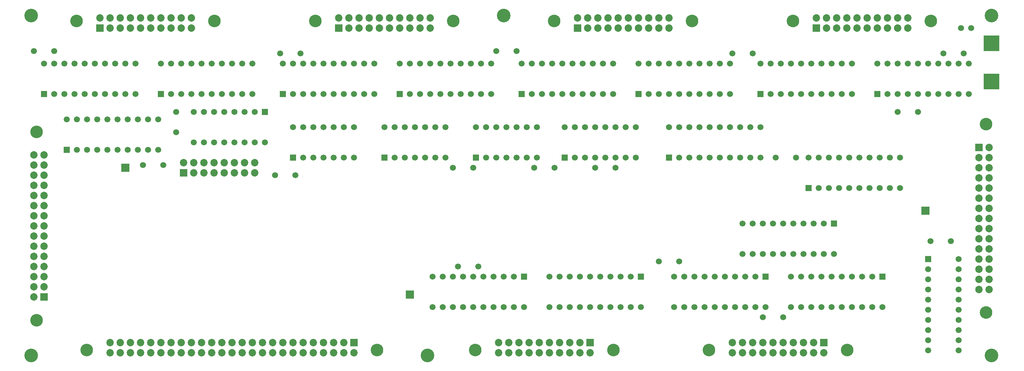
<source format=gbs>
G75*
G70*
%OFA0B0*%
%FSLAX24Y24*%
%IPPOS*%
%LPD*%
%AMOC8*
5,1,8,0,0,1.08239X$1,22.5*
%
%ADD10R,0.0730X0.0730*%
%ADD11C,0.0730*%
%ADD12C,0.1240*%
%ADD13R,0.0595X0.0595*%
%ADD14C,0.0595*%
%ADD15R,0.1580X0.1580*%
%ADD16C,0.1340*%
%ADD17R,0.0789X0.0789*%
D10*
X005125Y009625D03*
X035625Y005125D03*
X058875Y005125D03*
X081875Y005125D03*
X097125Y024375D03*
X081125Y036125D03*
X057625Y036125D03*
X034125Y036125D03*
X010625Y036125D03*
X018875Y021875D03*
D11*
X019875Y021875D03*
X020875Y021875D03*
X021875Y021875D03*
X022875Y021875D03*
X023875Y021875D03*
X024875Y021875D03*
X025875Y021875D03*
X025875Y022875D03*
X024875Y022875D03*
X023875Y022875D03*
X022875Y022875D03*
X021875Y022875D03*
X020875Y022875D03*
X019875Y022875D03*
X018875Y022875D03*
X005125Y022625D03*
X004125Y022625D03*
X004125Y021625D03*
X005125Y021625D03*
X005125Y020625D03*
X004125Y020625D03*
X004125Y019625D03*
X005125Y019625D03*
X005125Y018625D03*
X004125Y018625D03*
X004125Y017625D03*
X005125Y017625D03*
X005125Y016625D03*
X004125Y016625D03*
X004125Y015625D03*
X005125Y015625D03*
X005125Y014625D03*
X004125Y014625D03*
X004125Y013625D03*
X005125Y013625D03*
X005125Y012625D03*
X004125Y012625D03*
X004125Y011625D03*
X005125Y011625D03*
X005125Y010625D03*
X004125Y010625D03*
X004125Y009625D03*
X011625Y005125D03*
X012625Y005125D03*
X013625Y005125D03*
X014625Y005125D03*
X015625Y005125D03*
X016625Y005125D03*
X017625Y005125D03*
X018625Y005125D03*
X019625Y005125D03*
X020625Y005125D03*
X021625Y005125D03*
X022625Y005125D03*
X023625Y005125D03*
X024625Y005125D03*
X025625Y005125D03*
X026625Y005125D03*
X027625Y005125D03*
X028625Y005125D03*
X029625Y005125D03*
X030625Y005125D03*
X031625Y005125D03*
X032625Y005125D03*
X033625Y005125D03*
X034625Y005125D03*
X034625Y004125D03*
X033625Y004125D03*
X032625Y004125D03*
X031625Y004125D03*
X030625Y004125D03*
X029625Y004125D03*
X028625Y004125D03*
X027625Y004125D03*
X026625Y004125D03*
X025625Y004125D03*
X024625Y004125D03*
X023625Y004125D03*
X022625Y004125D03*
X021625Y004125D03*
X020625Y004125D03*
X019625Y004125D03*
X018625Y004125D03*
X017625Y004125D03*
X016625Y004125D03*
X015625Y004125D03*
X014625Y004125D03*
X013625Y004125D03*
X012625Y004125D03*
X011625Y004125D03*
X035625Y004125D03*
X049875Y004125D03*
X050875Y004125D03*
X051875Y004125D03*
X052875Y004125D03*
X053875Y004125D03*
X054875Y004125D03*
X055875Y004125D03*
X056875Y004125D03*
X057875Y004125D03*
X058875Y004125D03*
X057875Y005125D03*
X056875Y005125D03*
X055875Y005125D03*
X054875Y005125D03*
X053875Y005125D03*
X052875Y005125D03*
X051875Y005125D03*
X050875Y005125D03*
X049875Y005125D03*
X072875Y005125D03*
X073875Y005125D03*
X074875Y005125D03*
X075875Y005125D03*
X076875Y005125D03*
X077875Y005125D03*
X078875Y005125D03*
X079875Y005125D03*
X080875Y005125D03*
X080875Y004125D03*
X079875Y004125D03*
X078875Y004125D03*
X077875Y004125D03*
X076875Y004125D03*
X075875Y004125D03*
X074875Y004125D03*
X073875Y004125D03*
X072875Y004125D03*
X081875Y004125D03*
X097125Y010375D03*
X098125Y010375D03*
X098125Y011375D03*
X097125Y011375D03*
X097125Y012375D03*
X098125Y012375D03*
X098125Y013375D03*
X097125Y013375D03*
X097125Y014375D03*
X098125Y014375D03*
X098125Y015375D03*
X097125Y015375D03*
X097125Y016375D03*
X098125Y016375D03*
X098125Y017375D03*
X097125Y017375D03*
X097125Y018375D03*
X098125Y018375D03*
X098125Y019375D03*
X097125Y019375D03*
X097125Y020375D03*
X098125Y020375D03*
X098125Y021375D03*
X097125Y021375D03*
X097125Y022375D03*
X098125Y022375D03*
X098125Y023375D03*
X097125Y023375D03*
X098125Y024375D03*
X090125Y036125D03*
X089125Y036125D03*
X088125Y036125D03*
X087125Y036125D03*
X086125Y036125D03*
X085125Y036125D03*
X084125Y036125D03*
X083125Y036125D03*
X082125Y036125D03*
X082125Y037125D03*
X081125Y037125D03*
X083125Y037125D03*
X084125Y037125D03*
X085125Y037125D03*
X086125Y037125D03*
X087125Y037125D03*
X088125Y037125D03*
X089125Y037125D03*
X090125Y037125D03*
X066625Y037125D03*
X065625Y037125D03*
X064625Y037125D03*
X063625Y037125D03*
X062625Y037125D03*
X061625Y037125D03*
X060625Y037125D03*
X059625Y037125D03*
X058625Y037125D03*
X057625Y037125D03*
X058625Y036125D03*
X059625Y036125D03*
X060625Y036125D03*
X061625Y036125D03*
X062625Y036125D03*
X063625Y036125D03*
X064625Y036125D03*
X065625Y036125D03*
X066625Y036125D03*
X043125Y036125D03*
X042125Y036125D03*
X041125Y036125D03*
X040125Y036125D03*
X039125Y036125D03*
X038125Y036125D03*
X037125Y036125D03*
X036125Y036125D03*
X035125Y036125D03*
X035125Y037125D03*
X034125Y037125D03*
X036125Y037125D03*
X037125Y037125D03*
X038125Y037125D03*
X039125Y037125D03*
X040125Y037125D03*
X041125Y037125D03*
X042125Y037125D03*
X043125Y037125D03*
X019625Y037125D03*
X018625Y037125D03*
X017625Y037125D03*
X016625Y037125D03*
X015625Y037125D03*
X014625Y037125D03*
X013625Y037125D03*
X012625Y037125D03*
X011625Y037125D03*
X010625Y037125D03*
X011625Y036125D03*
X012625Y036125D03*
X013625Y036125D03*
X014625Y036125D03*
X015625Y036125D03*
X016625Y036125D03*
X017625Y036125D03*
X018625Y036125D03*
X019625Y036125D03*
X005125Y023625D03*
X004125Y023625D03*
D12*
X004415Y025915D03*
X008335Y036835D03*
X021915Y036835D03*
X031835Y036835D03*
X045415Y036835D03*
X055335Y036835D03*
X068915Y036835D03*
X078835Y036835D03*
X092415Y036835D03*
X097835Y026665D03*
X097835Y008085D03*
X084165Y004415D03*
X070585Y004415D03*
X061165Y004415D03*
X047585Y004415D03*
X037915Y004415D03*
X009335Y004415D03*
X004415Y007335D03*
D13*
X029625Y023375D03*
X038625Y023375D03*
X047625Y023375D03*
X056375Y023375D03*
X066625Y023375D03*
X080375Y020375D03*
X082875Y016875D03*
X092125Y013375D03*
X087625Y011625D03*
X076125Y011625D03*
X063875Y011625D03*
X052375Y011625D03*
X026875Y027875D03*
X028625Y029625D03*
X016625Y029625D03*
X005125Y029625D03*
X007375Y024125D03*
X040125Y029625D03*
X052125Y029625D03*
X063625Y029625D03*
X075625Y029625D03*
X087125Y029625D03*
D14*
X088125Y029625D03*
X089125Y029625D03*
X090125Y029625D03*
X091125Y029625D03*
X092125Y029625D03*
X093125Y029625D03*
X094125Y029625D03*
X095125Y029625D03*
X096125Y029625D03*
X091125Y027875D03*
X089125Y027875D03*
X084625Y029625D03*
X083625Y029625D03*
X082625Y029625D03*
X081625Y029625D03*
X080625Y029625D03*
X079625Y029625D03*
X078625Y029625D03*
X077625Y029625D03*
X076625Y029625D03*
X072625Y029625D03*
X071625Y029625D03*
X070625Y029625D03*
X069625Y029625D03*
X068625Y029625D03*
X067625Y029625D03*
X066625Y029625D03*
X065625Y029625D03*
X064625Y029625D03*
X061125Y029625D03*
X060125Y029625D03*
X059125Y029625D03*
X058125Y029625D03*
X057125Y029625D03*
X056125Y029625D03*
X055125Y029625D03*
X054125Y029625D03*
X053125Y029625D03*
X049125Y029625D03*
X048125Y029625D03*
X047125Y029625D03*
X046125Y029625D03*
X045125Y029625D03*
X044125Y029625D03*
X043125Y029625D03*
X042125Y029625D03*
X041125Y029625D03*
X037625Y029625D03*
X036625Y029625D03*
X035625Y029625D03*
X034625Y029625D03*
X033625Y029625D03*
X032625Y029625D03*
X031625Y029625D03*
X030625Y029625D03*
X029625Y029625D03*
X025625Y029625D03*
X024625Y029625D03*
X023625Y029625D03*
X022625Y029625D03*
X021625Y029625D03*
X020625Y029625D03*
X019625Y029625D03*
X018625Y029625D03*
X017625Y029625D03*
X018125Y027875D03*
X019875Y027875D03*
X020875Y027875D03*
X021875Y027875D03*
X022875Y027875D03*
X023875Y027875D03*
X024875Y027875D03*
X025875Y027875D03*
X029625Y026375D03*
X030625Y026375D03*
X031625Y026375D03*
X032625Y026375D03*
X033625Y026375D03*
X034625Y026375D03*
X035625Y026375D03*
X038625Y026375D03*
X039625Y026375D03*
X040625Y026375D03*
X041625Y026375D03*
X042625Y026375D03*
X043625Y026375D03*
X044625Y026375D03*
X047625Y026375D03*
X048625Y026375D03*
X049625Y026375D03*
X050625Y026375D03*
X051625Y026375D03*
X052625Y026375D03*
X053625Y026375D03*
X056375Y026375D03*
X057375Y026375D03*
X058375Y026375D03*
X059375Y026375D03*
X060375Y026375D03*
X061375Y026375D03*
X062375Y026375D03*
X063375Y026375D03*
X066625Y026375D03*
X067625Y026375D03*
X068625Y026375D03*
X069625Y026375D03*
X070625Y026375D03*
X071625Y026375D03*
X072625Y026375D03*
X073625Y026375D03*
X074625Y026375D03*
X075625Y026375D03*
X075625Y023375D03*
X074625Y023375D03*
X073625Y023375D03*
X072625Y023375D03*
X071625Y023375D03*
X070625Y023375D03*
X069625Y023375D03*
X068625Y023375D03*
X067625Y023375D03*
X063375Y023375D03*
X062375Y023375D03*
X061375Y023375D03*
X060375Y023375D03*
X059375Y023375D03*
X058375Y023375D03*
X057375Y023375D03*
X055375Y022375D03*
X053375Y022375D03*
X053625Y023375D03*
X052625Y023375D03*
X051625Y023375D03*
X050625Y023375D03*
X049625Y023375D03*
X048625Y023375D03*
X047375Y022375D03*
X045375Y022375D03*
X044625Y023375D03*
X043625Y023375D03*
X042625Y023375D03*
X041625Y023375D03*
X040625Y023375D03*
X039625Y023375D03*
X035625Y023375D03*
X034625Y023375D03*
X033625Y023375D03*
X032625Y023375D03*
X031625Y023375D03*
X030625Y023375D03*
X029875Y021625D03*
X027875Y021625D03*
X026875Y024875D03*
X025875Y024875D03*
X024875Y024875D03*
X023875Y024875D03*
X022875Y024875D03*
X021875Y024875D03*
X020875Y024875D03*
X019875Y024875D03*
X018125Y025875D03*
X016375Y027125D03*
X015375Y027125D03*
X014375Y027125D03*
X013375Y027125D03*
X012375Y027125D03*
X011375Y027125D03*
X010375Y027125D03*
X009375Y027125D03*
X008375Y027125D03*
X007375Y027125D03*
X007125Y029625D03*
X006125Y029625D03*
X008125Y029625D03*
X009125Y029625D03*
X010125Y029625D03*
X011125Y029625D03*
X012125Y029625D03*
X013125Y029625D03*
X014125Y029625D03*
X014125Y032625D03*
X013125Y032625D03*
X012125Y032625D03*
X011125Y032625D03*
X010125Y032625D03*
X009125Y032625D03*
X008125Y032625D03*
X007125Y032625D03*
X006125Y032625D03*
X005125Y032625D03*
X004125Y033875D03*
X006125Y033875D03*
X016625Y032625D03*
X017625Y032625D03*
X018625Y032625D03*
X019625Y032625D03*
X020625Y032625D03*
X021625Y032625D03*
X022625Y032625D03*
X023625Y032625D03*
X024625Y032625D03*
X025625Y032625D03*
X028375Y033625D03*
X028625Y032625D03*
X029625Y032625D03*
X030625Y032625D03*
X031625Y032625D03*
X032625Y032625D03*
X033625Y032625D03*
X034625Y032625D03*
X035625Y032625D03*
X036625Y032625D03*
X037625Y032625D03*
X040125Y032625D03*
X041125Y032625D03*
X042125Y032625D03*
X043125Y032625D03*
X044125Y032625D03*
X045125Y032625D03*
X046125Y032625D03*
X047125Y032625D03*
X048125Y032625D03*
X049125Y032625D03*
X052125Y032625D03*
X053125Y032625D03*
X054125Y032625D03*
X055125Y032625D03*
X056125Y032625D03*
X057125Y032625D03*
X058125Y032625D03*
X059125Y032625D03*
X060125Y032625D03*
X061125Y032625D03*
X063625Y032625D03*
X064625Y032625D03*
X065625Y032625D03*
X066625Y032625D03*
X067625Y032625D03*
X068625Y032625D03*
X069625Y032625D03*
X070625Y032625D03*
X071625Y032625D03*
X072625Y032625D03*
X072875Y033625D03*
X074875Y033625D03*
X075625Y032625D03*
X076625Y032625D03*
X077625Y032625D03*
X078625Y032625D03*
X079625Y032625D03*
X080625Y032625D03*
X081625Y032625D03*
X082625Y032625D03*
X083625Y032625D03*
X084625Y032625D03*
X087125Y032625D03*
X088125Y032625D03*
X089125Y032625D03*
X090125Y032625D03*
X091125Y032625D03*
X092125Y032625D03*
X093125Y032625D03*
X094125Y032625D03*
X095125Y032625D03*
X096125Y032625D03*
X095625Y033625D03*
X093625Y033625D03*
X095375Y036125D03*
X096375Y036125D03*
X089375Y023375D03*
X088375Y023375D03*
X087375Y023375D03*
X086375Y023375D03*
X085375Y023375D03*
X084375Y023375D03*
X083375Y023375D03*
X082375Y023375D03*
X081375Y023375D03*
X080375Y023375D03*
X079125Y023375D03*
X077125Y023375D03*
X081375Y020375D03*
X082375Y020375D03*
X083375Y020375D03*
X084375Y020375D03*
X085375Y020375D03*
X086375Y020375D03*
X087375Y020375D03*
X088375Y020375D03*
X089375Y020375D03*
X081875Y016875D03*
X080875Y016875D03*
X079875Y016875D03*
X078875Y016875D03*
X077875Y016875D03*
X076875Y016875D03*
X075875Y016875D03*
X074875Y016875D03*
X073875Y016875D03*
X073875Y013875D03*
X074875Y013875D03*
X075875Y013875D03*
X076875Y013875D03*
X077875Y013875D03*
X078875Y013875D03*
X079875Y013875D03*
X080875Y013875D03*
X081875Y013875D03*
X082875Y013875D03*
X082625Y011625D03*
X081625Y011625D03*
X080625Y011625D03*
X079625Y011625D03*
X078625Y011625D03*
X075125Y011625D03*
X074125Y011625D03*
X073125Y011625D03*
X072125Y011625D03*
X071125Y011625D03*
X070125Y011625D03*
X069125Y011625D03*
X068125Y011625D03*
X067125Y011625D03*
X067625Y013125D03*
X065625Y013125D03*
X062875Y011625D03*
X061875Y011625D03*
X060875Y011625D03*
X059875Y011625D03*
X058875Y011625D03*
X057875Y011625D03*
X056875Y011625D03*
X055875Y011625D03*
X054875Y011625D03*
X051375Y011625D03*
X050375Y011625D03*
X049375Y011625D03*
X048375Y011625D03*
X047375Y011625D03*
X046375Y011625D03*
X045375Y011625D03*
X044375Y011625D03*
X043375Y011625D03*
X045875Y012625D03*
X047875Y012625D03*
X047375Y008625D03*
X046375Y008625D03*
X045375Y008625D03*
X044375Y008625D03*
X043375Y008625D03*
X048375Y008625D03*
X049375Y008625D03*
X050375Y008625D03*
X051375Y008625D03*
X052375Y008625D03*
X054875Y008625D03*
X055875Y008625D03*
X056875Y008625D03*
X057875Y008625D03*
X058875Y008625D03*
X059875Y008625D03*
X060875Y008625D03*
X061875Y008625D03*
X062875Y008625D03*
X063875Y008625D03*
X067125Y008625D03*
X068125Y008625D03*
X069125Y008625D03*
X070125Y008625D03*
X071125Y008625D03*
X072125Y008625D03*
X073125Y008625D03*
X074125Y008625D03*
X075125Y008625D03*
X076125Y008625D03*
X075875Y007625D03*
X077875Y007625D03*
X078625Y008625D03*
X079625Y008625D03*
X080625Y008625D03*
X081625Y008625D03*
X082625Y008625D03*
X083625Y008625D03*
X084625Y008625D03*
X085625Y008625D03*
X086625Y008625D03*
X087625Y008625D03*
X092125Y008375D03*
X092125Y009375D03*
X092125Y010375D03*
X092125Y011375D03*
X092125Y012375D03*
X095125Y012375D03*
X095125Y013375D03*
X094375Y015125D03*
X092375Y015125D03*
X086625Y011625D03*
X085625Y011625D03*
X084625Y011625D03*
X083625Y011625D03*
X092125Y007375D03*
X092125Y006375D03*
X092125Y005375D03*
X092125Y004375D03*
X095125Y004375D03*
X095125Y005375D03*
X095125Y006375D03*
X095125Y007375D03*
X095125Y008375D03*
X095125Y009375D03*
X095125Y010375D03*
X095125Y011375D03*
X061375Y022375D03*
X059375Y022375D03*
X051625Y033875D03*
X049625Y033875D03*
X030375Y033625D03*
X016375Y024125D03*
X015375Y024125D03*
X014375Y024125D03*
X013375Y024125D03*
X012375Y024125D03*
X011375Y024125D03*
X010375Y024125D03*
X009375Y024125D03*
X008375Y024125D03*
X014875Y022625D03*
X016875Y022625D03*
D15*
X098375Y030875D03*
X098375Y034625D03*
D16*
X003875Y003875D03*
X042875Y003875D03*
X098375Y003875D03*
X098375Y037375D03*
X050375Y037375D03*
X003875Y037375D03*
D17*
X013125Y022375D03*
X041125Y009875D03*
X091875Y018125D03*
M02*

</source>
